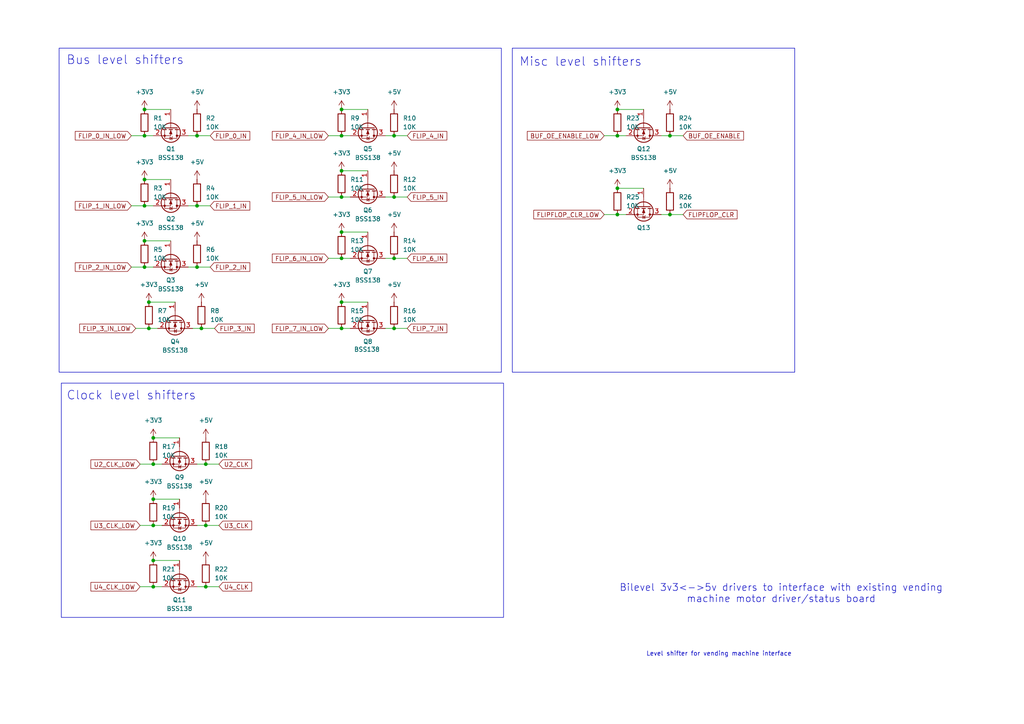
<source format=kicad_sch>
(kicad_sch (version 20250114) (generator "eeschema") (generator_version "9.0")
  (paper "A4")
  (lib_symbols
    (symbol "Device:R" (pin_numbers (hide yes)) (pin_names (offset 0))
      (property "Reference" "R" (at 2.032 0 90))
      (property "Value" "R" (at 0 0 90))
      (symbol "R_0_1"
        (rectangle (start -1.016 -2.54) (end 1.016 2.54) (stroke (width 0.254)))
      )
      (symbol "R_1_1"
        (pin passive line (at 0 3.81 270) (length 1.27) (name "~") (number "1"))
        (pin passive line (at 0 -3.81 90) (length 1.27) (name "~") (number "2"))
      )
    )
    (symbol "Transistor_FET:BSS138" (pin_names (hide yes))
      (property "Reference" "Q" (at 5.08 1.905 0))
      (property "Value" "BSS138" (at 5.08 0 0))
      (symbol "BSS138_0_1"
        (polyline (pts (xy 0.254 1.905) (xy 0.254 -1.905)) (stroke (width 0.254)))
        (polyline (pts (xy 0.254 0) (xy -2.54 0)))
        (polyline (pts (xy 0.762 2.286) (xy 0.762 1.27)) (stroke (width 0.254)))
        (polyline (pts (xy 0.762 0.508) (xy 0.762 -0.508)) (stroke (width 0.254)))
        (polyline (pts (xy 0.762 -1.27) (xy 0.762 -2.286)) (stroke (width 0.254)))
        (polyline (pts (xy 0.762 -1.778) (xy 3.302 -1.778) (xy 3.302 1.778) (xy 0.762 1.778)))
        (polyline (pts (xy 1.016 0) (xy 2.032 0.381) (xy 2.032 -0.381) (xy 1.016 0)) (fill (type outline)))
        (circle (center 1.651 0) (radius 2.794) (stroke (width 0.254)))
        (polyline (pts (xy 2.54 2.54) (xy 2.54 1.778)))
        (circle (center 2.54 1.778) (radius 0.254) (fill (type outline)))
        (circle (center 2.54 -1.778) (radius 0.254) (fill (type outline)))
        (polyline (pts (xy 2.54 -2.54) (xy 2.54 0) (xy 0.762 0)))
        (polyline (pts (xy 2.794 0.508) (xy 2.921 0.381) (xy 3.683 0.381) (xy 3.81 0.254)))
        (polyline (pts (xy 3.302 0.381) (xy 2.921 -0.254) (xy 3.683 -0.254) (xy 3.302 0.381)))
      )
      (symbol "BSS138_1_1"
        (pin input line (at -5.08 0 0) (length 2.54) (name "G") (number "1"))
        (pin passive line (at 2.54 5.08 270) (length 2.54) (name "D") (number "3"))
        (pin passive line (at 2.54 -5.08 90) (length 2.54) (name "S") (number "2"))
      )
    )
    (symbol "power:+3V3" (power) (pin_numbers (hide yes)) (pin_names (offset 0) (hide yes))
      (property "Value" "+3V3" (at 0 3.556 0))
      (symbol "+3V3_0_1"
        (polyline (pts (xy -0.762 1.27) (xy 0 2.54)))
        (polyline (pts (xy 0 2.54) (xy 0.762 1.27)))
        (polyline (pts (xy 0 0) (xy 0 2.54)))
      )
      (symbol "+3V3_1_1"
        (pin power_in line (at 0 0 90) (length 0) (name "~") (number "1"))
      )
    )
    (symbol "power:+5V" (power) (pin_numbers (hide yes)) (pin_names (offset 0) (hide yes))
      (property "Value" "+5V" (at 0 3.556 0))
      (symbol "+5V_0_1"
        (polyline (pts (xy -0.762 1.27) (xy 0 2.54)))
        (polyline (pts (xy 0 2.54) (xy 0.762 1.27)))
        (polyline (pts (xy 0 0) (xy 0 2.54)))
      )
      (symbol "+5V_1_1"
        (pin power_in line (at 0 0 90) (length 0) (name "~") (number "1"))
      )
    )
  )
  (rectangle (start 148.59 13.97) (end 230.505 107.95))
  (rectangle (start 17.78 111.125) (end 146.05 179.07))
  (rectangle (start 17.145 13.97) (end 145.415 107.95))
  (text "Bilevel 3v3<->5v drivers to interface with existing vending\nmachine motor driver/status board" (at 226.568 172.212 0) (effects (font (size 2.032 2.032))))
  (text "Level shifter for vending machine interface" (at 208.534 189.738 0) (effects (font (size 1.27 1.27))))
  (text "Clock level shifters" (at 38.1 114.808 0) (effects (font (size 2.54 2.54))))
  (text "Bus level shifters" (at 36.322 17.526 0) (effects (font (size 2.54 2.54))))
  (text "Misc level shifters" (at 168.402 18.034 0) (effects (font (size 2.54 2.54))))
  (junction (at 41.91 52.07))
  (junction (at 99.06 49.53))
  (junction (at 99.06 87.63))
  (junction (at 179.07 54.61))
  (junction (at 59.69 152.4))
  (junction (at 57.15 77.47))
  (junction (at 194.31 39.37))
  (junction (at 44.45 144.78))
  (junction (at 114.3 39.37))
  (junction (at 44.45 162.56))
  (junction (at 41.91 69.85))
  (junction (at 99.06 95.25))
  (junction (at 99.06 74.93))
  (junction (at 114.3 74.93))
  (junction (at 99.06 31.75))
  (junction (at 99.06 39.37))
  (junction (at 99.06 67.31))
  (junction (at 44.45 170.18))
  (junction (at 41.91 77.47))
  (junction (at 43.18 95.25))
  (junction (at 114.3 57.15))
  (junction (at 58.42 95.25))
  (junction (at 59.69 170.18))
  (junction (at 41.91 39.37))
  (junction (at 59.69 134.62))
  (junction (at 44.45 127))
  (junction (at 99.06 57.15))
  (junction (at 194.31 62.23))
  (junction (at 57.15 39.37))
  (junction (at 179.07 62.23))
  (junction (at 179.07 39.37))
  (junction (at 44.45 134.62))
  (junction (at 57.15 59.69))
  (junction (at 179.07 31.75))
  (junction (at 43.18 87.63))
  (junction (at 41.91 59.69))
  (junction (at 41.91 31.75))
  (junction (at 44.45 152.4))
  (junction (at 114.3 95.25))
  (wire (pts (xy 44.45 170.18) (xy 46.99 170.18)))
  (wire (pts (xy 99.06 39.37) (xy 101.6 39.37)))
  (wire (pts (xy 57.15 134.62) (xy 59.69 134.62)))
  (wire (pts (xy 99.06 87.63) (xy 106.68 87.63)))
  (wire (pts (xy 40.64 152.4) (xy 44.45 152.4)))
  (wire (pts (xy 194.31 39.37) (xy 198.12 39.37)))
  (wire (pts (xy 38.1 77.47) (xy 41.91 77.47)))
  (wire (pts (xy 58.42 95.25) (xy 62.23 95.25)))
  (wire (pts (xy 179.07 39.37) (xy 181.61 39.37)))
  (wire (pts (xy 59.69 170.18) (xy 63.5 170.18)))
  (wire (pts (xy 41.91 77.47) (xy 44.45 77.47)))
  (wire (pts (xy 179.07 54.61) (xy 186.69 54.61)))
  (wire (pts (xy 95.25 74.93) (xy 99.06 74.93)))
  (wire (pts (xy 44.45 144.78) (xy 52.07 144.78)))
  (wire (pts (xy 111.76 57.15) (xy 114.3 57.15)))
  (wire (pts (xy 38.1 39.37) (xy 41.91 39.37)))
  (wire (pts (xy 191.77 62.23) (xy 194.31 62.23)))
  (wire (pts (xy 114.3 57.15) (xy 118.11 57.15)))
  (wire (pts (xy 41.91 52.07) (xy 49.53 52.07)))
  (wire (pts (xy 191.77 39.37) (xy 194.31 39.37)))
  (wire (pts (xy 43.18 87.63) (xy 50.8 87.63)))
  (wire (pts (xy 57.15 152.4) (xy 59.69 152.4)))
  (wire (pts (xy 114.3 74.93) (xy 118.11 74.93)))
  (wire (pts (xy 99.06 31.75) (xy 106.68 31.75)))
  (wire (pts (xy 54.61 39.37) (xy 57.15 39.37)))
  (wire (pts (xy 114.3 39.37) (xy 118.11 39.37)))
  (wire (pts (xy 99.06 67.31) (xy 106.68 67.31)))
  (wire (pts (xy 41.91 69.85) (xy 49.53 69.85)))
  (wire (pts (xy 55.88 95.25) (xy 58.42 95.25)))
  (wire (pts (xy 111.76 39.37) (xy 114.3 39.37)))
  (wire (pts (xy 41.91 39.37) (xy 44.45 39.37)))
  (wire (pts (xy 95.25 39.37) (xy 99.06 39.37)))
  (wire (pts (xy 44.45 152.4) (xy 46.99 152.4)))
  (wire (pts (xy 57.15 170.18) (xy 59.69 170.18)))
  (wire (pts (xy 59.69 134.62) (xy 63.5 134.62)))
  (wire (pts (xy 44.45 127) (xy 52.07 127)))
  (wire (pts (xy 57.15 59.69) (xy 60.96 59.69)))
  (wire (pts (xy 54.61 59.69) (xy 57.15 59.69)))
  (wire (pts (xy 99.06 74.93) (xy 101.6 74.93)))
  (wire (pts (xy 99.06 57.15) (xy 101.6 57.15)))
  (wire (pts (xy 38.1 59.69) (xy 41.91 59.69)))
  (wire (pts (xy 175.26 62.23) (xy 179.07 62.23)))
  (wire (pts (xy 44.45 134.62) (xy 46.99 134.62)))
  (wire (pts (xy 43.18 95.25) (xy 45.72 95.25)))
  (wire (pts (xy 179.07 62.23) (xy 181.61 62.23)))
  (wire (pts (xy 40.64 134.62) (xy 44.45 134.62)))
  (wire (pts (xy 111.76 74.93) (xy 114.3 74.93)))
  (wire (pts (xy 95.25 57.15) (xy 99.06 57.15)))
  (wire (pts (xy 44.45 162.56) (xy 52.07 162.56)))
  (wire (pts (xy 179.07 31.75) (xy 186.69 31.75)))
  (wire (pts (xy 95.25 95.25) (xy 99.06 95.25)))
  (wire (pts (xy 39.37 95.25) (xy 43.18 95.25)))
  (wire (pts (xy 40.64 170.18) (xy 44.45 170.18)))
  (wire (pts (xy 175.26 39.37) (xy 179.07 39.37)))
  (wire (pts (xy 99.06 95.25) (xy 101.6 95.25)))
  (wire (pts (xy 41.91 31.75) (xy 49.53 31.75)))
  (wire (pts (xy 59.69 152.4) (xy 63.5 152.4)))
  (wire (pts (xy 57.15 77.47) (xy 60.96 77.47)))
  (wire (pts (xy 57.15 39.37) (xy 60.96 39.37)))
  (wire (pts (xy 114.3 95.25) (xy 118.11 95.25)))
  (wire (pts (xy 41.91 59.69) (xy 44.45 59.69)))
  (wire (pts (xy 99.06 49.53) (xy 106.68 49.53)))
  (wire (pts (xy 194.31 62.23) (xy 198.12 62.23)))
  (wire (pts (xy 111.76 95.25) (xy 114.3 95.25)))
  (wire (pts (xy 54.61 77.47) (xy 57.15 77.47)))
  (global_label "BUF_OE_ENABLE" (shape input) (at 198.12 39.37 0) (property "Intersheetrefs" "${INTERSHEET_REFS}" (effects (hide yes))))
  (global_label "BUF_OE_ENABLE_LOW" (shape input) (at 175.26 39.37 180) (property "Intersheetrefs" "${INTERSHEET_REFS}" (effects (hide yes))))
  (global_label "FLIP_3_IN_LOW" (shape input) (at 39.37 95.25 180) (property "Intersheetrefs" "${INTERSHEET_REFS}" (effects (hide yes))))
  (global_label "U2_CLK" (shape input) (at 63.5 134.62 0) (property "Intersheetrefs" "${INTERSHEET_REFS}" (effects (hide yes))))
  (global_label "FLIP_4_IN_LOW" (shape input) (at 95.25 39.37 180) (property "Intersheetrefs" "${INTERSHEET_REFS}" (effects (hide yes))))
  (global_label "U4_CLK_LOW" (shape input) (at 40.64 170.18 180) (property "Intersheetrefs" "${INTERSHEET_REFS}" (effects (hide yes))))
  (global_label "FLIP_7_IN" (shape input) (at 118.11 95.25 0) (property "Intersheetrefs" "${INTERSHEET_REFS}" (effects (hide yes))))
  (global_label "U4_CLK" (shape input) (at 63.5 170.18 0) (property "Intersheetrefs" "${INTERSHEET_REFS}" (effects (hide yes))))
  (global_label "FLIP_0_IN" (shape input) (at 60.96 39.37 0) (property "Intersheetrefs" "${INTERSHEET_REFS}" (effects (hide yes))))
  (global_label "FLIP_1_IN" (shape input) (at 60.96 59.69 0) (property "Intersheetrefs" "${INTERSHEET_REFS}" (effects (hide yes))))
  (global_label "U3_CLK_LOW" (shape input) (at 40.64 152.4 180) (property "Intersheetrefs" "${INTERSHEET_REFS}" (effects (hide yes))))
  (global_label "FLIP_0_IN_LOW" (shape input) (at 38.1 39.37 180) (property "Intersheetrefs" "${INTERSHEET_REFS}" (effects (hide yes))))
  (global_label "FLIP_2_IN" (shape input) (at 60.96 77.47 0) (property "Intersheetrefs" "${INTERSHEET_REFS}" (effects (hide yes))))
  (global_label "FLIP_1_IN_LOW" (shape input) (at 38.1 59.69 180) (property "Intersheetrefs" "${INTERSHEET_REFS}" (effects (hide yes))))
  (global_label "FLIP_7_IN_LOW" (shape input) (at 95.25 95.25 180) (property "Intersheetrefs" "${INTERSHEET_REFS}" (effects (hide yes))))
  (global_label "FLIPFLOP_CLR" (shape input) (at 198.12 62.23 0) (property "Intersheetrefs" "${INTERSHEET_REFS}" (effects (hide yes))))
  (global_label "U2_CLK_LOW" (shape input) (at 40.64 134.62 180) (property "Intersheetrefs" "${INTERSHEET_REFS}" (effects (hide yes))))
  (global_label "FLIP_4_IN" (shape input) (at 118.11 39.37 0) (property "Intersheetrefs" "${INTERSHEET_REFS}" (effects (hide yes))))
  (global_label "FLIP_5_IN" (shape input) (at 118.11 57.15 0) (property "Intersheetrefs" "${INTERSHEET_REFS}" (effects (hide yes))))
  (global_label "FLIP_5_IN_LOW" (shape input) (at 95.25 57.15 180) (property "Intersheetrefs" "${INTERSHEET_REFS}" (effects (hide yes))))
  (global_label "FLIP_6_IN" (shape input) (at 118.11 74.93 0) (property "Intersheetrefs" "${INTERSHEET_REFS}" (effects (hide yes))))
  (global_label "U3_CLK" (shape input) (at 63.5 152.4 0) (property "Intersheetrefs" "${INTERSHEET_REFS}" (effects (hide yes))))
  (global_label "FLIP_2_IN_LOW" (shape input) (at 38.1 77.47 180) (property "Intersheetrefs" "${INTERSHEET_REFS}" (effects (hide yes))))
  (global_label "FLIPFLOP_CLR_LOW" (shape input) (at 175.26 62.23 180) (property "Intersheetrefs" "${INTERSHEET_REFS}" (effects (hide yes))))
  (global_label "FLIP_3_IN" (shape input) (at 62.23 95.25 0) (property "Intersheetrefs" "${INTERSHEET_REFS}" (effects (hide yes))))
  (global_label "FLIP_6_IN_LOW" (shape input) (at 95.25 74.93 180) (property "Intersheetrefs" "${INTERSHEET_REFS}" (effects (hide yes))))
  (symbol (lib_id "Transistor_FET:BSS138") (at 50.8 92.71 270) (unit 1)
    (property "Reference" "Q4" (at 50.8 99.06 90))
    (property "Value" "BSS138" (at 50.8 101.6 90))
    (property "Footprint" "Package_TO_SOT_SMD:SOT-23" (effects (hide yes)))
    (property "Datasheet" "https://www.onsemi.com/pub/Collateral/BSS138-D.PDF" (effects (hide yes)))
    (property "Description" "50V Vds, 0.22A Id, N-Channel MOSFET, SOT-23" (effects (hide yes)))
  )
  (symbol (lib_id "power:+3V3") (at 99.06 31.75 0) (unit 1)
    (property "Reference" "#PWR019" (effects (hide yes)))
    (property "Value" "+3V3" (at 99.06 26.67 0))
    (property "Description" "Power symbol creates a global label with name \"+3V3\"" (effects (hide yes)))
  )
  (symbol (lib_id "Device:R") (at 99.06 53.34 0) (unit 1)
    (property "Reference" "R11" (at 101.6 52.0699 0) (effects (justify left)))
    (property "Value" "10K" (at 101.6 54.6099 0) (effects (justify left)))
    (property "Footprint" "Resistor_SMD:R_1206_3216Metric" (effects (hide yes)))
    (property "Description" "Resistor" (effects (hide yes)))
  )
  (symbol (lib_id "Device:R") (at 194.31 58.42 0) (unit 1)
    (property "Reference" "R26" (at 196.85 57.1499 0) (effects (justify left)))
    (property "Value" "10K" (at 196.85 59.6899 0) (effects (justify left)))
    (property "Footprint" "Resistor_SMD:R_1206_3216Metric" (effects (hide yes)))
    (property "Description" "Resistor" (effects (hide yes)))
  )
  (symbol (lib_id "Device:R") (at 57.15 55.88 0) (unit 1)
    (property "Reference" "R4" (at 59.69 54.6099 0) (effects (justify left)))
    (property "Value" "10K" (at 59.69 57.1499 0) (effects (justify left)))
    (property "Footprint" "Resistor_SMD:R_1206_3216Metric" (effects (hide yes)))
    (property "Description" "Resistor" (effects (hide yes)))
  )
  (symbol (lib_id "Device:R") (at 59.69 166.37 0) (unit 1)
    (property "Reference" "R22" (at 62.23 165.0999 0) (effects (justify left)))
    (property "Value" "10K" (at 62.23 167.6399 0) (effects (justify left)))
    (property "Footprint" "Resistor_SMD:R_1206_3216Metric" (effects (hide yes)))
    (property "Description" "Resistor" (effects (hide yes)))
  )
  (symbol (lib_id "Device:R") (at 44.45 148.59 0) (unit 1)
    (property "Reference" "R19" (at 46.99 147.3199 0) (effects (justify left)))
    (property "Value" "10K" (at 46.99 149.8599 0) (effects (justify left)))
    (property "Footprint" "Resistor_SMD:R_1206_3216Metric" (effects (hide yes)))
    (property "Description" "Resistor" (effects (hide yes)))
  )
  (symbol (lib_id "Device:R") (at 43.18 91.44 0) (unit 1)
    (property "Reference" "R7" (at 45.72 90.1699 0) (effects (justify left)))
    (property "Value" "10K" (at 45.72 92.7099 0) (effects (justify left)))
    (property "Footprint" "Resistor_SMD:R_1206_3216Metric" (effects (hide yes)))
    (property "Description" "Resistor" (effects (hide yes)))
  )
  (symbol (lib_id "Device:R") (at 114.3 35.56 0) (unit 1)
    (property "Reference" "R10" (at 116.84 34.2899 0) (effects (justify left)))
    (property "Value" "10K" (at 116.84 36.8299 0) (effects (justify left)))
    (property "Footprint" "Resistor_SMD:R_1206_3216Metric" (effects (hide yes)))
    (property "Description" "Resistor" (effects (hide yes)))
  )
  (symbol (lib_id "Transistor_FET:BSS138") (at 106.68 54.61 270) (unit 1)
    (property "Reference" "Q6" (at 106.68 60.96 90))
    (property "Value" "BSS138" (at 106.68 63.5 90))
    (property "Footprint" "Package_TO_SOT_SMD:SOT-23" (effects (hide yes)))
    (property "Datasheet" "https://www.onsemi.com/pub/Collateral/BSS138-D.PDF" (effects (hide yes)))
    (property "Description" "50V Vds, 0.22A Id, N-Channel MOSFET, SOT-23" (effects (hide yes)))
  )
  (symbol (lib_id "power:+3V3") (at 44.45 127 0) (unit 1)
    (property "Reference" "#PWR02" (effects (hide yes)))
    (property "Value" "+3V3" (at 44.45 121.92 0))
    (property "Description" "Power symbol creates a global label with name \"+3V3\"" (effects (hide yes)))
  )
  (symbol (lib_id "Device:R") (at 114.3 91.44 0) (unit 1)
    (property "Reference" "R16" (at 116.84 90.1699 0) (effects (justify left)))
    (property "Value" "10K" (at 116.84 92.7099 0) (effects (justify left)))
    (property "Footprint" "Resistor_SMD:R_1206_3216Metric" (effects (hide yes)))
    (property "Description" "Resistor" (effects (hide yes)))
  )
  (symbol (lib_id "Device:R") (at 41.91 73.66 0) (unit 1)
    (property "Reference" "R5" (at 44.45 72.3899 0) (effects (justify left)))
    (property "Value" "10K" (at 44.45 74.9299 0) (effects (justify left)))
    (property "Footprint" "Resistor_SMD:R_1206_3216Metric" (effects (hide yes)))
    (property "Description" "Resistor" (effects (hide yes)))
  )
  (symbol (lib_id "power:+5V") (at 114.3 31.75 0) (unit 1)
    (property "Reference" "#PWR025" (effects (hide yes)))
    (property "Value" "+5V" (at 114.3 26.67 0))
    (property "Description" "Power symbol creates a global label with name \"+5V\"" (effects (hide yes)))
  )
  (symbol (lib_id "power:+5V") (at 59.69 127 0) (unit 1)
    (property "Reference" "#PWR011" (effects (hide yes)))
    (property "Value" "+5V" (at 59.69 121.92 0))
    (property "Description" "Power symbol creates a global label with name \"+5V\"" (effects (hide yes)))
  )
  (symbol (lib_id "Device:R") (at 44.45 130.81 0) (unit 1)
    (property "Reference" "R17" (at 46.99 129.5399 0) (effects (justify left)))
    (property "Value" "10K" (at 46.99 132.0799 0) (effects (justify left)))
    (property "Footprint" "Resistor_SMD:R_1206_3216Metric" (effects (hide yes)))
    (property "Description" "Resistor" (effects (hide yes)))
  )
  (symbol (lib_id "power:+3V3") (at 179.07 54.61 0) (unit 1)
    (property "Reference" "#PWR010" (effects (hide yes)))
    (property "Value" "+3V3" (at 179.07 49.53 0))
    (property "Description" "Power symbol creates a global label with name \"+3V3\"" (effects (hide yes)))
  )
  (symbol (lib_id "power:+5V") (at 194.31 54.61 0) (unit 1)
    (property "Reference" "#PWR017" (effects (hide yes)))
    (property "Value" "+5V" (at 194.31 49.53 0))
    (property "Description" "Power symbol creates a global label with name \"+5V\"" (effects (hide yes)))
  )
  (symbol (lib_id "power:+5V") (at 57.15 52.07 0) (unit 1)
    (property "Reference" "#PWR015" (effects (hide yes)))
    (property "Value" "+5V" (at 57.15 46.99 0))
    (property "Description" "Power symbol creates a global label with name \"+5V\"" (effects (hide yes)))
  )
  (symbol (lib_id "power:+5V") (at 59.69 144.78 0) (unit 1)
    (property "Reference" "#PWR012" (effects (hide yes)))
    (property "Value" "+5V" (at 59.69 139.7 0))
    (property "Description" "Power symbol creates a global label with name \"+5V\"" (effects (hide yes)))
  )
  (symbol (lib_id "power:+5V") (at 57.15 69.85 0) (unit 1)
    (property "Reference" "#PWR016" (effects (hide yes)))
    (property "Value" "+5V" (at 57.15 64.77 0))
    (property "Description" "Power symbol creates a global label with name \"+5V\"" (effects (hide yes)))
  )
  (symbol (lib_id "power:+5V") (at 114.3 67.31 0) (unit 1)
    (property "Reference" "#PWR027" (effects (hide yes)))
    (property "Value" "+5V" (at 114.3 62.23 0))
    (property "Description" "Power symbol creates a global label with name \"+5V\"" (effects (hide yes)))
  )
  (symbol (lib_id "Device:R") (at 41.91 55.88 0) (unit 1)
    (property "Reference" "R3" (at 44.45 54.6099 0) (effects (justify left)))
    (property "Value" "10K" (at 44.45 57.1499 0) (effects (justify left)))
    (property "Footprint" "Resistor_SMD:R_1206_3216Metric" (effects (hide yes)))
    (property "Description" "Resistor" (effects (hide yes)))
  )
  (symbol (lib_id "Transistor_FET:BSS138") (at 106.68 72.39 270) (unit 1)
    (property "Reference" "Q7" (at 106.68 78.74 90))
    (property "Value" "BSS138" (at 106.68 81.28 90))
    (property "Footprint" "Package_TO_SOT_SMD:SOT-23" (effects (hide yes)))
    (property "Datasheet" "https://www.onsemi.com/pub/Collateral/BSS138-D.PDF" (effects (hide yes)))
    (property "Description" "50V Vds, 0.22A Id, N-Channel MOSFET, SOT-23" (effects (hide yes)))
  )
  (symbol (lib_id "Device:R") (at 114.3 71.12 0) (unit 1)
    (property "Reference" "R14" (at 116.84 69.8499 0) (effects (justify left)))
    (property "Value" "10K" (at 116.84 72.3899 0) (effects (justify left)))
    (property "Footprint" "Resistor_SMD:R_1206_3216Metric" (effects (hide yes)))
    (property "Description" "Resistor" (effects (hide yes)))
  )
  (symbol (lib_id "Transistor_FET:BSS138") (at 186.69 59.69 270) (unit 1)
    (property "Reference" "Q13" (at 186.69 66.04 90))
    (property "Value" "BSS138" (effects (hide yes)))
    (property "Footprint" "Package_TO_SOT_SMD:SOT-23" (effects (hide yes)))
    (property "Datasheet" "https://www.onsemi.com/pub/Collateral/BSS138-D.PDF" (effects (hide yes)))
    (property "Description" "50V Vds, 0.22A Id, N-Channel MOSFET, SOT-23" (effects (hide yes)))
  )
  (symbol (lib_id "power:+3V3") (at 99.06 87.63 0) (unit 1)
    (property "Reference" "#PWR022" (effects (hide yes)))
    (property "Value" "+3V3" (at 99.06 82.55 0))
    (property "Description" "Power symbol creates a global label with name \"+3V3\"" (effects (hide yes)))
  )
  (symbol (lib_id "Device:R") (at 57.15 73.66 0) (unit 1)
    (property "Reference" "R6" (at 59.69 72.3899 0) (effects (justify left)))
    (property "Value" "10K" (at 59.69 74.9299 0) (effects (justify left)))
    (property "Footprint" "Resistor_SMD:R_1206_3216Metric" (effects (hide yes)))
    (property "Description" "Resistor" (effects (hide yes)))
  )
  (symbol (lib_id "Device:R") (at 99.06 91.44 0) (unit 1)
    (property "Reference" "R15" (at 101.6 90.1699 0) (effects (justify left)))
    (property "Value" "10K" (at 101.6 92.7099 0) (effects (justify left)))
    (property "Footprint" "Resistor_SMD:R_1206_3216Metric" (effects (hide yes)))
    (property "Description" "Resistor" (effects (hide yes)))
  )
  (symbol (lib_id "Device:R") (at 59.69 130.81 0) (unit 1)
    (property "Reference" "R18" (at 62.23 129.5399 0) (effects (justify left)))
    (property "Value" "10K" (at 62.23 132.0799 0) (effects (justify left)))
    (property "Footprint" "Resistor_SMD:R_1206_3216Metric" (effects (hide yes)))
    (property "Description" "Resistor" (effects (hide yes)))
  )
  (symbol (lib_id "Device:R") (at 179.07 58.42 0) (unit 1)
    (property "Reference" "R25" (at 181.61 57.1499 0) (effects (justify left)))
    (property "Value" "10K" (at 181.61 59.6899 0) (effects (justify left)))
    (property "Footprint" "Resistor_SMD:R_1206_3216Metric" (effects (hide yes)))
    (property "Description" "Resistor" (effects (hide yes)))
  )
  (symbol (lib_id "power:+5V") (at 58.42 87.63 0) (unit 1)
    (property "Reference" "#PWR024" (effects (hide yes)))
    (property "Value" "+5V" (at 58.42 82.55 0))
    (property "Description" "Power symbol creates a global label with name \"+5V\"" (effects (hide yes)))
  )
  (symbol (lib_id "Transistor_FET:BSS138") (at 106.68 92.71 270) (unit 1)
    (property "Reference" "Q8" (at 106.68 99.06 90))
    (property "Value" "BSS138" (at 106.426 101.346 90))
    (property "Footprint" "Package_TO_SOT_SMD:SOT-23" (effects (hide yes)))
    (property "Datasheet" "https://www.onsemi.com/pub/Collateral/BSS138-D.PDF" (effects (hide yes)))
    (property "Description" "50V Vds, 0.22A Id, N-Channel MOSFET, SOT-23" (effects (hide yes)))
  )
  (symbol (lib_id "Transistor_FET:BSS138") (at 186.69 36.83 270) (unit 1)
    (property "Reference" "Q12" (at 186.69 43.18 90))
    (property "Value" "BSS138" (at 186.69 45.72 90))
    (property "Footprint" "Package_TO_SOT_SMD:SOT-23" (effects (hide yes)))
    (property "Datasheet" "https://www.onsemi.com/pub/Collateral/BSS138-D.PDF" (effects (hide yes)))
    (property "Description" "50V Vds, 0.22A Id, N-Channel MOSFET, SOT-23" (effects (hide yes)))
  )
  (symbol (lib_id "Device:R") (at 99.06 35.56 0) (unit 1)
    (property "Reference" "R9" (at 101.6 34.2899 0) (effects (justify left)))
    (property "Value" "10K" (at 101.6 36.8299 0) (effects (justify left)))
    (property "Footprint" "Resistor_SMD:R_1206_3216Metric" (effects (hide yes)))
    (property "Description" "Resistor" (effects (hide yes)))
  )
  (symbol (lib_id "Device:R") (at 99.06 71.12 0) (unit 1)
    (property "Reference" "R13" (at 101.6 69.8499 0) (effects (justify left)))
    (property "Value" "10K" (at 101.6 72.3899 0) (effects (justify left)))
    (property "Footprint" "Resistor_SMD:R_1206_3216Metric" (effects (hide yes)))
    (property "Description" "Resistor" (effects (hide yes)))
  )
  (symbol (lib_id "Device:R") (at 59.69 148.59 0) (unit 1)
    (property "Reference" "R20" (at 62.23 147.3199 0) (effects (justify left)))
    (property "Value" "10K" (at 62.23 149.8599 0) (effects (justify left)))
    (property "Footprint" "Resistor_SMD:R_1206_3216Metric" (effects (hide yes)))
    (property "Description" "Resistor" (effects (hide yes)))
  )
  (symbol (lib_id "Device:R") (at 44.45 166.37 0) (unit 1)
    (property "Reference" "R21" (at 46.99 165.0999 0) (effects (justify left)))
    (property "Value" "10K" (at 46.99 167.6399 0) (effects (justify left)))
    (property "Footprint" "Resistor_SMD:R_1206_3216Metric" (effects (hide yes)))
    (property "Description" "Resistor" (effects (hide yes)))
  )
  (symbol (lib_id "power:+5V") (at 114.3 87.63 0) (unit 1)
    (property "Reference" "#PWR028" (effects (hide yes)))
    (property "Value" "+5V" (at 114.3 82.55 0))
    (property "Description" "Power symbol creates a global label with name \"+5V\"" (effects (hide yes)))
  )
  (symbol (lib_id "power:+5V") (at 59.69 162.56 0) (unit 1)
    (property "Reference" "#PWR013" (effects (hide yes)))
    (property "Value" "+5V" (at 59.69 157.48 0))
    (property "Description" "Power symbol creates a global label with name \"+5V\"" (effects (hide yes)))
  )
  (symbol (lib_id "power:+3V3") (at 41.91 31.75 0) (unit 1)
    (property "Reference" "#PWR07" (effects (hide yes)))
    (property "Value" "+3V3" (at 41.91 26.67 0))
    (property "Description" "Power symbol creates a global label with name \"+3V3\"" (effects (hide yes)))
  )
  (symbol (lib_id "power:+3V3") (at 44.45 162.56 0) (unit 1)
    (property "Reference" "#PWR06" (effects (hide yes)))
    (property "Value" "+3V3" (at 44.45 157.48 0))
    (property "Description" "Power symbol creates a global label with name \"+3V3\"" (effects (hide yes)))
  )
  (symbol (lib_id "Device:R") (at 194.31 35.56 0) (unit 1)
    (property "Reference" "R24" (at 196.85 34.2899 0) (effects (justify left)))
    (property "Value" "10K" (at 196.85 36.8299 0) (effects (justify left)))
    (property "Footprint" "Resistor_SMD:R_1206_3216Metric" (effects (hide yes)))
    (property "Description" "Resistor" (effects (hide yes)))
  )
  (symbol (lib_id "Device:R") (at 179.07 35.56 0) (unit 1)
    (property "Reference" "R23" (at 181.61 34.2899 0) (effects (justify left)))
    (property "Value" "10K" (at 181.61 36.8299 0) (effects (justify left)))
    (property "Footprint" "Resistor_SMD:R_1206_3216Metric" (effects (hide yes)))
    (property "Description" "Resistor" (effects (hide yes)))
  )
  (symbol (lib_id "power:+3V3") (at 41.91 52.07 0) (unit 1)
    (property "Reference" "#PWR08" (effects (hide yes)))
    (property "Value" "+3V3" (at 41.91 46.99 0))
    (property "Description" "Power symbol creates a global label with name \"+3V3\"" (effects (hide yes)))
  )
  (symbol (lib_id "Device:R") (at 58.42 91.44 0) (unit 1)
    (property "Reference" "R8" (at 60.96 90.1699 0) (effects (justify left)))
    (property "Value" "10K" (at 60.96 92.7099 0) (effects (justify left)))
    (property "Footprint" "Resistor_SMD:R_1206_3216Metric" (effects (hide yes)))
    (property "Description" "Resistor" (effects (hide yes)))
  )
  (symbol (lib_id "Device:R") (at 57.15 35.56 0) (unit 1)
    (property "Reference" "R2" (at 59.69 34.2899 0) (effects (justify left)))
    (property "Value" "10K" (at 59.69 36.8299 0) (effects (justify left)))
    (property "Footprint" "Resistor_SMD:R_1206_3216Metric" (effects (hide yes)))
    (property "Description" "Resistor" (effects (hide yes)))
  )
  (symbol (lib_id "Transistor_FET:BSS138") (at 106.68 36.83 270) (unit 1)
    (property "Reference" "Q5" (at 106.68 43.18 90))
    (property "Value" "BSS138" (at 106.68 45.72 90))
    (property "Footprint" "Package_TO_SOT_SMD:SOT-23" (effects (hide yes)))
    (property "Datasheet" "https://www.onsemi.com/pub/Collateral/BSS138-D.PDF" (effects (hide yes)))
    (property "Description" "50V Vds, 0.22A Id, N-Channel MOSFET, SOT-23" (effects (hide yes)))
  )
  (symbol (lib_id "power:+5V") (at 57.15 31.75 0) (unit 1)
    (property "Reference" "#PWR014" (effects (hide yes)))
    (property "Value" "+5V" (at 57.15 26.67 0))
    (property "Description" "Power symbol creates a global label with name \"+5V\"" (effects (hide yes)))
  )
  (symbol (lib_id "Device:R") (at 41.91 35.56 0) (unit 1)
    (property "Reference" "R1" (at 44.45 34.2899 0) (effects (justify left)))
    (property "Value" "10K" (at 44.45 36.8299 0) (effects (justify left)))
    (property "Footprint" "Resistor_SMD:R_1206_3216Metric" (effects (hide yes)))
    (property "Description" "Resistor" (effects (hide yes)))
  )
  (symbol (lib_id "power:+3V3") (at 43.18 87.63 0) (unit 1)
    (property "Reference" "#PWR018" (effects (hide yes)))
    (property "Value" "+3V3" (at 43.18 82.55 0))
    (property "Description" "Power symbol creates a global label with name \"+3V3\"" (effects (hide yes)))
  )
  (symbol (lib_id "Transistor_FET:BSS138") (at 52.07 149.86 270) (unit 1)
    (property "Reference" "Q10" (at 52.07 156.21 90))
    (property "Value" "BSS138" (at 52.07 158.75 90))
    (property "Footprint" "Package_TO_SOT_SMD:SOT-23" (effects (hide yes)))
    (property "Datasheet" "https://www.onsemi.com/pub/Collateral/BSS138-D.PDF" (effects (hide yes)))
    (property "Description" "50V Vds, 0.22A Id, N-Channel MOSFET, SOT-23" (effects (hide yes)))
  )
  (symbol (lib_id "Transistor_FET:BSS138") (at 49.53 57.15 270) (unit 1)
    (property "Reference" "Q2" (at 49.53 63.5 90))
    (property "Value" "BSS138" (at 49.53 66.04 90))
    (property "Footprint" "Package_TO_SOT_SMD:SOT-23" (effects (hide yes)))
    (property "Datasheet" "https://www.onsemi.com/pub/Collateral/BSS138-D.PDF" (effects (hide yes)))
    (property "Description" "50V Vds, 0.22A Id, N-Channel MOSFET, SOT-23" (effects (hide yes)))
  )
  (symbol (lib_id "Device:R") (at 114.3 53.34 0) (unit 1)
    (property "Reference" "R12" (at 116.84 52.0699 0) (effects (justify left)))
    (property "Value" "10K" (at 116.84 54.6099 0) (effects (justify left)))
    (property "Footprint" "Resistor_SMD:R_1206_3216Metric" (effects (hide yes)))
    (property "Description" "Resistor" (effects (hide yes)))
  )
  (symbol (lib_id "Transistor_FET:BSS138") (at 52.07 167.64 270) (unit 1)
    (property "Reference" "Q11" (at 52.07 173.99 90))
    (property "Value" "BSS138" (at 52.07 176.53 90))
    (property "Footprint" "Package_TO_SOT_SMD:SOT-23" (effects (hide yes)))
    (property "Datasheet" "https://www.onsemi.com/pub/Collateral/BSS138-D.PDF" (effects (hide yes)))
    (property "Description" "50V Vds, 0.22A Id, N-Channel MOSFET, SOT-23" (effects (hide yes)))
  )
  (symbol (lib_id "power:+5V") (at 194.31 31.75 0) (unit 1)
    (property "Reference" "#PWR041" (effects (hide yes)))
    (property "Value" "+5V" (at 194.31 26.67 0))
    (property "Description" "Power symbol creates a global label with name \"+5V\"" (effects (hide yes)))
  )
  (symbol (lib_id "power:+5V") (at 114.3 49.53 0) (unit 1)
    (property "Reference" "#PWR026" (effects (hide yes)))
    (property "Value" "+5V" (at 114.3 44.45 0))
    (property "Description" "Power symbol creates a global label with name \"+5V\"" (effects (hide yes)))
  )
  (symbol (lib_id "power:+3V3") (at 99.06 67.31 0) (unit 1)
    (property "Reference" "#PWR021" (effects (hide yes)))
    (property "Value" "+3V3" (at 99.06 62.23 0))
    (property "Description" "Power symbol creates a global label with name \"+3V3\"" (effects (hide yes)))
  )
  (symbol (lib_id "Transistor_FET:BSS138") (at 52.07 132.08 270) (unit 1)
    (property "Reference" "Q9" (at 52.07 138.43 90))
    (property "Value" "BSS138" (at 52.07 140.97 90))
    (property "Footprint" "Package_TO_SOT_SMD:SOT-23" (effects (hide yes)))
    (property "Datasheet" "https://www.onsemi.com/pub/Collateral/BSS138-D.PDF" (effects (hide yes)))
    (property "Description" "50V Vds, 0.22A Id, N-Channel MOSFET, SOT-23" (effects (hide yes)))
  )
  (symbol (lib_id "power:+3V3") (at 179.07 31.75 0) (unit 1)
    (property "Reference" "#PWR023" (effects (hide yes)))
    (property "Value" "+3V3" (at 179.07 26.67 0))
    (property "Description" "Power symbol creates a global label with name \"+3V3\"" (effects (hide yes)))
  )
  (symbol (lib_id "power:+3V3") (at 44.45 144.78 0) (unit 1)
    (property "Reference" "#PWR05" (effects (hide yes)))
    (property "Value" "+3V3" (at 44.45 139.7 0))
    (property "Description" "Power symbol creates a global label with name \"+3V3\"" (effects (hide yes)))
  )
  (symbol (lib_id "power:+3V3") (at 99.06 49.53 0) (unit 1)
    (property "Reference" "#PWR020" (effects (hide yes)))
    (property "Value" "+3V3" (at 99.06 44.45 0))
    (property "Description" "Power symbol creates a global label with name \"+3V3\"" (effects (hide yes)))
  )
  (symbol (lib_id "Transistor_FET:BSS138") (at 49.53 36.83 270) (unit 1)
    (property "Reference" "Q1" (at 49.53 43.18 90))
    (property "Value" "BSS138" (at 49.53 45.72 90))
    (property "Footprint" "Package_TO_SOT_SMD:SOT-23" (effects (hide yes)))
    (property "Datasheet" "https://www.onsemi.com/pub/Collateral/BSS138-D.PDF" (effects (hide yes)))
    (property "Description" "50V Vds, 0.22A Id, N-Channel MOSFET, SOT-23" (effects (hide yes)))
  )
  (symbol (lib_id "Transistor_FET:BSS138") (at 49.53 74.93 270) (unit 1)
    (property "Reference" "Q3" (at 49.53 81.28 90))
    (property "Value" "BSS138" (at 49.53 83.82 90))
    (property "Footprint" "Package_TO_SOT_SMD:SOT-23" (effects (hide yes)))
    (property "Datasheet" "https://www.onsemi.com/pub/Collateral/BSS138-D.PDF" (effects (hide yes)))
    (property "Description" "50V Vds, 0.22A Id, N-Channel MOSFET, SOT-23" (effects (hide yes)))
  )
  (symbol (lib_id "power:+3V3") (at 41.91 69.85 0) (unit 1)
    (property "Reference" "#PWR09" (effects (hide yes)))
    (property "Value" "+3V3" (at 41.91 64.77 0))
    (property "Description" "Power symbol creates a global label with name \"+3V3\"" (effects (hide yes)))
  )
)
</source>
